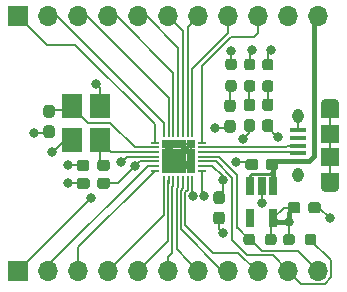
<source format=gbr>
%TF.GenerationSoftware,KiCad,Pcbnew,5.1.7-a382d34a8~87~ubuntu20.04.1*%
%TF.CreationDate,2020-11-25T21:12:42+01:00*%
%TF.ProjectId,gd32f150,67643332-6631-4353-902e-6b696361645f,rev?*%
%TF.SameCoordinates,Original*%
%TF.FileFunction,Copper,L1,Top*%
%TF.FilePolarity,Positive*%
%FSLAX46Y46*%
G04 Gerber Fmt 4.6, Leading zero omitted, Abs format (unit mm)*
G04 Created by KiCad (PCBNEW 5.1.7-a382d34a8~87~ubuntu20.04.1) date 2020-11-25 21:12:42*
%MOMM*%
%LPD*%
G01*
G04 APERTURE LIST*
%TA.AperFunction,ComponentPad*%
%ADD10O,1.700000X1.700000*%
%TD*%
%TA.AperFunction,ComponentPad*%
%ADD11R,1.700000X1.700000*%
%TD*%
%TA.AperFunction,SMDPad,CuDef*%
%ADD12R,0.650000X1.560000*%
%TD*%
%TA.AperFunction,SMDPad,CuDef*%
%ADD13R,0.700000X0.700000*%
%TD*%
%TA.AperFunction,SMDPad,CuDef*%
%ADD14R,0.200000X0.800000*%
%TD*%
%TA.AperFunction,SMDPad,CuDef*%
%ADD15R,0.800000X0.200000*%
%TD*%
%TA.AperFunction,ComponentPad*%
%ADD16O,1.550000X0.890000*%
%TD*%
%TA.AperFunction,SMDPad,CuDef*%
%ADD17R,1.550000X1.200000*%
%TD*%
%TA.AperFunction,SMDPad,CuDef*%
%ADD18R,1.550000X1.500000*%
%TD*%
%TA.AperFunction,ComponentPad*%
%ADD19O,0.950000X1.250000*%
%TD*%
%TA.AperFunction,SMDPad,CuDef*%
%ADD20R,1.350000X0.400000*%
%TD*%
%TA.AperFunction,SMDPad,CuDef*%
%ADD21R,1.800000X2.100000*%
%TD*%
%TA.AperFunction,ViaPad*%
%ADD22C,0.800000*%
%TD*%
%TA.AperFunction,Conductor*%
%ADD23C,0.200000*%
%TD*%
%TA.AperFunction,Conductor*%
%ADD24C,0.400000*%
%TD*%
%TA.AperFunction,Conductor*%
%ADD25C,0.250000*%
%TD*%
G04 APERTURE END LIST*
D10*
%TO.P,J4,11*%
%TO.N,+5V*%
X168725000Y-84350000D03*
%TO.P,J4,10*%
%TO.N,GND*%
X166185000Y-84350000D03*
%TO.P,J4,9*%
%TO.N,/SWD*%
X163645000Y-84350000D03*
%TO.P,J4,8*%
%TO.N,/SWCLK*%
X161105000Y-84350000D03*
%TO.P,J4,7*%
%TO.N,/CS*%
X158565000Y-84350000D03*
%TO.P,J4,6*%
%TO.N,/SCK*%
X156025000Y-84350000D03*
%TO.P,J4,5*%
%TO.N,/MISO*%
X153485000Y-84350000D03*
%TO.P,J4,4*%
%TO.N,/MOSI*%
X150945000Y-84350000D03*
%TO.P,J4,3*%
%TO.N,/SPI_GPIO1*%
X148405000Y-84350000D03*
%TO.P,J4,2*%
%TO.N,/SPI_GPIO2*%
X145865000Y-84350000D03*
D11*
%TO.P,J4,1*%
%TO.N,/BOOT*%
X143325000Y-84350000D03*
%TD*%
D10*
%TO.P,J3,11*%
%TO.N,/SDA*%
X168725000Y-105900000D03*
%TO.P,J3,10*%
%TO.N,/SCL*%
X166185000Y-105900000D03*
%TO.P,J3,9*%
%TO.N,/SPI_GPIO4*%
X163645000Y-105900000D03*
%TO.P,J3,8*%
%TO.N,/SPI_GPIO3*%
X161105000Y-105900000D03*
%TO.P,J3,7*%
%TO.N,/I2C_GPIO2*%
X158565000Y-105900000D03*
%TO.P,J3,6*%
%TO.N,/I2C_GPIO1*%
X156025000Y-105900000D03*
%TO.P,J3,5*%
%TO.N,/UART_RX*%
X153485000Y-105900000D03*
%TO.P,J3,4*%
%TO.N,/UART_TX*%
X150945000Y-105900000D03*
%TO.P,J3,3*%
%TO.N,/UART_RTS*%
X148405000Y-105900000D03*
%TO.P,J3,2*%
%TO.N,/UART_CTS*%
X145865000Y-105900000D03*
D11*
%TO.P,J3,1*%
%TO.N,/NRST*%
X143325000Y-105900000D03*
%TD*%
%TO.P,R5,2*%
%TO.N,/SDA*%
%TA.AperFunction,SMDPad,CuDef*%
G36*
G01*
X163362500Y-103012500D02*
X163362500Y-103487500D01*
G75*
G02*
X163125000Y-103725000I-237500J0D01*
G01*
X162625000Y-103725000D01*
G75*
G02*
X162387500Y-103487500I0J237500D01*
G01*
X162387500Y-103012500D01*
G75*
G02*
X162625000Y-102775000I237500J0D01*
G01*
X163125000Y-102775000D01*
G75*
G02*
X163362500Y-103012500I0J-237500D01*
G01*
G37*
%TD.AperFunction*%
%TO.P,R5,1*%
%TO.N,+3V3*%
%TA.AperFunction,SMDPad,CuDef*%
G36*
G01*
X165187500Y-103012500D02*
X165187500Y-103487500D01*
G75*
G02*
X164950000Y-103725000I-237500J0D01*
G01*
X164450000Y-103725000D01*
G75*
G02*
X164212500Y-103487500I0J237500D01*
G01*
X164212500Y-103012500D01*
G75*
G02*
X164450000Y-102775000I237500J0D01*
G01*
X164950000Y-102775000D01*
G75*
G02*
X165187500Y-103012500I0J-237500D01*
G01*
G37*
%TD.AperFunction*%
%TD*%
%TO.P,R4,2*%
%TO.N,/SCL*%
%TA.AperFunction,SMDPad,CuDef*%
G36*
G01*
X167575000Y-103487500D02*
X167575000Y-103012500D01*
G75*
G02*
X167812500Y-102775000I237500J0D01*
G01*
X168312500Y-102775000D01*
G75*
G02*
X168550000Y-103012500I0J-237500D01*
G01*
X168550000Y-103487500D01*
G75*
G02*
X168312500Y-103725000I-237500J0D01*
G01*
X167812500Y-103725000D01*
G75*
G02*
X167575000Y-103487500I0J237500D01*
G01*
G37*
%TD.AperFunction*%
%TO.P,R4,1*%
%TO.N,+3V3*%
%TA.AperFunction,SMDPad,CuDef*%
G36*
G01*
X165750000Y-103487500D02*
X165750000Y-103012500D01*
G75*
G02*
X165987500Y-102775000I237500J0D01*
G01*
X166487500Y-102775000D01*
G75*
G02*
X166725000Y-103012500I0J-237500D01*
G01*
X166725000Y-103487500D01*
G75*
G02*
X166487500Y-103725000I-237500J0D01*
G01*
X165987500Y-103725000D01*
G75*
G02*
X165750000Y-103487500I0J237500D01*
G01*
G37*
%TD.AperFunction*%
%TD*%
D12*
%TO.P,U2,5*%
%TO.N,+3V3*%
X164876520Y-101451080D03*
%TO.P,U2,4*%
%TO.N,N/C*%
X162976520Y-101451080D03*
%TO.P,U2,3*%
%TO.N,+5V*%
X162976520Y-98751080D03*
%TO.P,U2,2*%
%TO.N,GND*%
X163926520Y-98751080D03*
%TO.P,U2,1*%
%TO.N,+5V*%
X164876520Y-98751080D03*
%TD*%
%TO.P,C6,2*%
%TO.N,GND*%
%TA.AperFunction,SMDPad,CuDef*%
G36*
G01*
X167861960Y-100787500D02*
X167861960Y-100312500D01*
G75*
G02*
X168099460Y-100075000I237500J0D01*
G01*
X168699460Y-100075000D01*
G75*
G02*
X168936960Y-100312500I0J-237500D01*
G01*
X168936960Y-100787500D01*
G75*
G02*
X168699460Y-101025000I-237500J0D01*
G01*
X168099460Y-101025000D01*
G75*
G02*
X167861960Y-100787500I0J237500D01*
G01*
G37*
%TD.AperFunction*%
%TO.P,C6,1*%
%TO.N,+3V3*%
%TA.AperFunction,SMDPad,CuDef*%
G36*
G01*
X166136960Y-100787500D02*
X166136960Y-100312500D01*
G75*
G02*
X166374460Y-100075000I237500J0D01*
G01*
X166974460Y-100075000D01*
G75*
G02*
X167211960Y-100312500I0J-237500D01*
G01*
X167211960Y-100787500D01*
G75*
G02*
X166974460Y-101025000I-237500J0D01*
G01*
X166374460Y-101025000D01*
G75*
G02*
X166136960Y-100787500I0J237500D01*
G01*
G37*
%TD.AperFunction*%
%TD*%
%TO.P,C5,2*%
%TO.N,GND*%
%TA.AperFunction,SMDPad,CuDef*%
G36*
G01*
X163622940Y-96658100D02*
X163622940Y-97133100D01*
G75*
G02*
X163385440Y-97370600I-237500J0D01*
G01*
X162785440Y-97370600D01*
G75*
G02*
X162547940Y-97133100I0J237500D01*
G01*
X162547940Y-96658100D01*
G75*
G02*
X162785440Y-96420600I237500J0D01*
G01*
X163385440Y-96420600D01*
G75*
G02*
X163622940Y-96658100I0J-237500D01*
G01*
G37*
%TD.AperFunction*%
%TO.P,C5,1*%
%TO.N,+5V*%
%TA.AperFunction,SMDPad,CuDef*%
G36*
G01*
X165347940Y-96658100D02*
X165347940Y-97133100D01*
G75*
G02*
X165110440Y-97370600I-237500J0D01*
G01*
X164510440Y-97370600D01*
G75*
G02*
X164272940Y-97133100I0J237500D01*
G01*
X164272940Y-96658100D01*
G75*
G02*
X164510440Y-96420600I237500J0D01*
G01*
X165110440Y-96420600D01*
G75*
G02*
X165347940Y-96658100I0J-237500D01*
G01*
G37*
%TD.AperFunction*%
%TD*%
%TO.P,R3,2*%
%TO.N,GND*%
%TA.AperFunction,SMDPad,CuDef*%
G36*
G01*
X163157680Y-88916640D02*
X162682680Y-88916640D01*
G75*
G02*
X162445180Y-88679140I0J237500D01*
G01*
X162445180Y-88179140D01*
G75*
G02*
X162682680Y-87941640I237500J0D01*
G01*
X163157680Y-87941640D01*
G75*
G02*
X163395180Y-88179140I0J-237500D01*
G01*
X163395180Y-88679140D01*
G75*
G02*
X163157680Y-88916640I-237500J0D01*
G01*
G37*
%TD.AperFunction*%
%TO.P,R3,1*%
%TO.N,Net-(R3-Pad1)*%
%TA.AperFunction,SMDPad,CuDef*%
G36*
G01*
X163157680Y-90741640D02*
X162682680Y-90741640D01*
G75*
G02*
X162445180Y-90504140I0J237500D01*
G01*
X162445180Y-90004140D01*
G75*
G02*
X162682680Y-89766640I237500J0D01*
G01*
X163157680Y-89766640D01*
G75*
G02*
X163395180Y-90004140I0J-237500D01*
G01*
X163395180Y-90504140D01*
G75*
G02*
X163157680Y-90741640I-237500J0D01*
G01*
G37*
%TD.AperFunction*%
%TD*%
%TO.P,R2,2*%
%TO.N,GND*%
%TA.AperFunction,SMDPad,CuDef*%
G36*
G01*
X164689300Y-88931880D02*
X164214300Y-88931880D01*
G75*
G02*
X163976800Y-88694380I0J237500D01*
G01*
X163976800Y-88194380D01*
G75*
G02*
X164214300Y-87956880I237500J0D01*
G01*
X164689300Y-87956880D01*
G75*
G02*
X164926800Y-88194380I0J-237500D01*
G01*
X164926800Y-88694380D01*
G75*
G02*
X164689300Y-88931880I-237500J0D01*
G01*
G37*
%TD.AperFunction*%
%TO.P,R2,1*%
%TO.N,Net-(R2-Pad1)*%
%TA.AperFunction,SMDPad,CuDef*%
G36*
G01*
X164689300Y-90756880D02*
X164214300Y-90756880D01*
G75*
G02*
X163976800Y-90519380I0J237500D01*
G01*
X163976800Y-90019380D01*
G75*
G02*
X164214300Y-89781880I237500J0D01*
G01*
X164689300Y-89781880D01*
G75*
G02*
X164926800Y-90019380I0J-237500D01*
G01*
X164926800Y-90519380D01*
G75*
G02*
X164689300Y-90756880I-237500J0D01*
G01*
G37*
%TD.AperFunction*%
%TD*%
%TO.P,R1,2*%
%TO.N,GND*%
%TA.AperFunction,SMDPad,CuDef*%
G36*
G01*
X161572720Y-88902680D02*
X161097720Y-88902680D01*
G75*
G02*
X160860220Y-88665180I0J237500D01*
G01*
X160860220Y-88165180D01*
G75*
G02*
X161097720Y-87927680I237500J0D01*
G01*
X161572720Y-87927680D01*
G75*
G02*
X161810220Y-88165180I0J-237500D01*
G01*
X161810220Y-88665180D01*
G75*
G02*
X161572720Y-88902680I-237500J0D01*
G01*
G37*
%TD.AperFunction*%
%TO.P,R1,1*%
%TO.N,Net-(PWR1-Pad1)*%
%TA.AperFunction,SMDPad,CuDef*%
G36*
G01*
X161572720Y-90727680D02*
X161097720Y-90727680D01*
G75*
G02*
X160860220Y-90490180I0J237500D01*
G01*
X160860220Y-89990180D01*
G75*
G02*
X161097720Y-89752680I237500J0D01*
G01*
X161572720Y-89752680D01*
G75*
G02*
X161810220Y-89990180I0J-237500D01*
G01*
X161810220Y-90490180D01*
G75*
G02*
X161572720Y-90727680I-237500J0D01*
G01*
G37*
%TD.AperFunction*%
%TD*%
%TO.P,USR2,2*%
%TO.N,/USR2*%
%TA.AperFunction,SMDPad,CuDef*%
G36*
G01*
X162662500Y-93075000D02*
X163137500Y-93075000D01*
G75*
G02*
X163375000Y-93312500I0J-237500D01*
G01*
X163375000Y-93887500D01*
G75*
G02*
X163137500Y-94125000I-237500J0D01*
G01*
X162662500Y-94125000D01*
G75*
G02*
X162425000Y-93887500I0J237500D01*
G01*
X162425000Y-93312500D01*
G75*
G02*
X162662500Y-93075000I237500J0D01*
G01*
G37*
%TD.AperFunction*%
%TO.P,USR2,1*%
%TO.N,Net-(R3-Pad1)*%
%TA.AperFunction,SMDPad,CuDef*%
G36*
G01*
X162662500Y-91325000D02*
X163137500Y-91325000D01*
G75*
G02*
X163375000Y-91562500I0J-237500D01*
G01*
X163375000Y-92137500D01*
G75*
G02*
X163137500Y-92375000I-237500J0D01*
G01*
X162662500Y-92375000D01*
G75*
G02*
X162425000Y-92137500I0J237500D01*
G01*
X162425000Y-91562500D01*
G75*
G02*
X162662500Y-91325000I237500J0D01*
G01*
G37*
%TD.AperFunction*%
%TD*%
%TO.P,USR1,2*%
%TO.N,/USR1*%
%TA.AperFunction,SMDPad,CuDef*%
G36*
G01*
X164212500Y-93075000D02*
X164687500Y-93075000D01*
G75*
G02*
X164925000Y-93312500I0J-237500D01*
G01*
X164925000Y-93887500D01*
G75*
G02*
X164687500Y-94125000I-237500J0D01*
G01*
X164212500Y-94125000D01*
G75*
G02*
X163975000Y-93887500I0J237500D01*
G01*
X163975000Y-93312500D01*
G75*
G02*
X164212500Y-93075000I237500J0D01*
G01*
G37*
%TD.AperFunction*%
%TO.P,USR1,1*%
%TO.N,Net-(R2-Pad1)*%
%TA.AperFunction,SMDPad,CuDef*%
G36*
G01*
X164212500Y-91325000D02*
X164687500Y-91325000D01*
G75*
G02*
X164925000Y-91562500I0J-237500D01*
G01*
X164925000Y-92137500D01*
G75*
G02*
X164687500Y-92375000I-237500J0D01*
G01*
X164212500Y-92375000D01*
G75*
G02*
X163975000Y-92137500I0J237500D01*
G01*
X163975000Y-91562500D01*
G75*
G02*
X164212500Y-91325000I237500J0D01*
G01*
G37*
%TD.AperFunction*%
%TD*%
%TO.P,PWR1,2*%
%TO.N,+3V3*%
%TA.AperFunction,SMDPad,CuDef*%
G36*
G01*
X161013040Y-93143380D02*
X161488040Y-93143380D01*
G75*
G02*
X161725540Y-93380880I0J-237500D01*
G01*
X161725540Y-93955880D01*
G75*
G02*
X161488040Y-94193380I-237500J0D01*
G01*
X161013040Y-94193380D01*
G75*
G02*
X160775540Y-93955880I0J237500D01*
G01*
X160775540Y-93380880D01*
G75*
G02*
X161013040Y-93143380I237500J0D01*
G01*
G37*
%TD.AperFunction*%
%TO.P,PWR1,1*%
%TO.N,Net-(PWR1-Pad1)*%
%TA.AperFunction,SMDPad,CuDef*%
G36*
G01*
X161013040Y-91393380D02*
X161488040Y-91393380D01*
G75*
G02*
X161725540Y-91630880I0J-237500D01*
G01*
X161725540Y-92205880D01*
G75*
G02*
X161488040Y-92443380I-237500J0D01*
G01*
X161013040Y-92443380D01*
G75*
G02*
X160775540Y-92205880I0J237500D01*
G01*
X160775540Y-91630880D01*
G75*
G02*
X161013040Y-91393380I237500J0D01*
G01*
G37*
%TD.AperFunction*%
%TD*%
D13*
%TO.P,U1,29*%
%TO.N,GND*%
X157912300Y-97283920D03*
X157912300Y-96583920D03*
X157912300Y-95883920D03*
X157912300Y-95183920D03*
X157212300Y-97283920D03*
X157212300Y-96583920D03*
X157212300Y-95883920D03*
X157212300Y-95183920D03*
X156512300Y-97283920D03*
X156512300Y-96583920D03*
X156512300Y-95883920D03*
X156512300Y-95183920D03*
X155812300Y-97283920D03*
X155812300Y-96583920D03*
X155812300Y-95883920D03*
X155812300Y-95183920D03*
D14*
%TO.P,U1,28*%
%TO.N,/SPI_GPIO2*%
X155662300Y-94233920D03*
%TO.P,U1,27*%
%TO.N,/SPI_GPIO1*%
X156062300Y-94233920D03*
%TO.P,U1,26*%
%TO.N,/MOSI*%
X156462300Y-94233920D03*
%TO.P,U1,25*%
%TO.N,/MISO*%
X156862300Y-94233920D03*
%TO.P,U1,24*%
%TO.N,/SCK*%
X157262300Y-94233920D03*
%TO.P,U1,23*%
%TO.N,/CS*%
X157662300Y-94233920D03*
%TO.P,U1,22*%
%TO.N,/SWCLK*%
X158062300Y-94233920D03*
D15*
%TO.P,U1,21*%
%TO.N,/SWD*%
X158862300Y-95033920D03*
%TO.P,U1,20*%
%TO.N,/USBP*%
X158862300Y-95433920D03*
%TO.P,U1,19*%
%TO.N,/USBN*%
X158862300Y-95833920D03*
%TO.P,U1,18*%
%TO.N,/SDA*%
X158862300Y-96233920D03*
%TO.P,U1,17*%
%TO.N,/SCL*%
X158862300Y-96633920D03*
%TO.P,U1,16*%
%TO.N,+3V3*%
X158862300Y-97033920D03*
%TO.P,U1,15*%
%TO.N,/USR1*%
X158862300Y-97433920D03*
D14*
%TO.P,U1,14*%
%TO.N,/USR2*%
X158062300Y-98233920D03*
%TO.P,U1,13*%
%TO.N,/SPI_GPIO4*%
X157662300Y-98233920D03*
%TO.P,U1,12*%
%TO.N,/SPI_GPIO3*%
X157262300Y-98233920D03*
%TO.P,U1,11*%
%TO.N,/I2C_GPIO2*%
X156862300Y-98233920D03*
%TO.P,U1,10*%
%TO.N,/I2C_GPIO1*%
X156462300Y-98233920D03*
%TO.P,U1,9*%
%TO.N,/UART_RX*%
X156062300Y-98233920D03*
%TO.P,U1,8*%
%TO.N,/UART_TX*%
X155662300Y-98233920D03*
D15*
%TO.P,U1,7*%
%TO.N,/UART_RTS*%
X154862300Y-97433920D03*
%TO.P,U1,6*%
%TO.N,/UART_CTS*%
X154862300Y-97033920D03*
%TO.P,U1,5*%
%TO.N,+3V3*%
X154862300Y-96633920D03*
%TO.P,U1,4*%
%TO.N,/NRST*%
X154862300Y-96233920D03*
%TO.P,U1,3*%
%TO.N,Net-(C2-Pad2)*%
X154862300Y-95833920D03*
%TO.P,U1,2*%
%TO.N,Net-(C1-Pad2)*%
X154862300Y-95433920D03*
%TO.P,U1,1*%
%TO.N,/BOOT*%
X154862300Y-95033920D03*
%TD*%
D16*
%TO.P,J1,6*%
%TO.N,GND*%
X169727400Y-91790320D03*
X169727400Y-98790320D03*
D17*
X169727400Y-92390320D03*
X169727400Y-98190320D03*
D18*
X169727400Y-94290320D03*
X169727400Y-96290320D03*
D19*
X167027400Y-92790320D03*
X167027400Y-97790320D03*
D20*
%TO.P,J1,5*%
X167027400Y-93990320D03*
%TO.P,J1,4*%
%TO.N,N/C*%
X167027400Y-94640320D03*
%TO.P,J1,3*%
%TO.N,/USBP*%
X167027400Y-95290320D03*
%TO.P,J1,2*%
%TO.N,/USBN*%
X167027400Y-95940320D03*
%TO.P,J1,1*%
%TO.N,+5V*%
X167027400Y-96590320D03*
%TD*%
D21*
%TO.P,Y1,4*%
%TO.N,GND*%
X150200080Y-91924540D03*
%TO.P,Y1,3*%
%TO.N,Net-(C2-Pad2)*%
X150200080Y-94824540D03*
%TO.P,Y1,2*%
%TO.N,GND*%
X147900080Y-94824540D03*
%TO.P,Y1,1*%
%TO.N,Net-(C1-Pad2)*%
X147900080Y-91924540D03*
%TD*%
%TO.P,C4,2*%
%TO.N,GND*%
%TA.AperFunction,SMDPad,CuDef*%
G36*
G01*
X149360840Y-98260840D02*
X149360840Y-98735840D01*
G75*
G02*
X149123340Y-98973340I-237500J0D01*
G01*
X148523340Y-98973340D01*
G75*
G02*
X148285840Y-98735840I0J237500D01*
G01*
X148285840Y-98260840D01*
G75*
G02*
X148523340Y-98023340I237500J0D01*
G01*
X149123340Y-98023340D01*
G75*
G02*
X149360840Y-98260840I0J-237500D01*
G01*
G37*
%TD.AperFunction*%
%TO.P,C4,1*%
%TO.N,+3V3*%
%TA.AperFunction,SMDPad,CuDef*%
G36*
G01*
X151085840Y-98260840D02*
X151085840Y-98735840D01*
G75*
G02*
X150848340Y-98973340I-237500J0D01*
G01*
X150248340Y-98973340D01*
G75*
G02*
X150010840Y-98735840I0J237500D01*
G01*
X150010840Y-98260840D01*
G75*
G02*
X150248340Y-98023340I237500J0D01*
G01*
X150848340Y-98023340D01*
G75*
G02*
X151085840Y-98260840I0J-237500D01*
G01*
G37*
%TD.AperFunction*%
%TD*%
%TO.P,C3,2*%
%TO.N,GND*%
%TA.AperFunction,SMDPad,CuDef*%
G36*
G01*
X160087500Y-100887500D02*
X160562500Y-100887500D01*
G75*
G02*
X160800000Y-101125000I0J-237500D01*
G01*
X160800000Y-101725000D01*
G75*
G02*
X160562500Y-101962500I-237500J0D01*
G01*
X160087500Y-101962500D01*
G75*
G02*
X159850000Y-101725000I0J237500D01*
G01*
X159850000Y-101125000D01*
G75*
G02*
X160087500Y-100887500I237500J0D01*
G01*
G37*
%TD.AperFunction*%
%TO.P,C3,1*%
%TO.N,+3V3*%
%TA.AperFunction,SMDPad,CuDef*%
G36*
G01*
X160087500Y-99162500D02*
X160562500Y-99162500D01*
G75*
G02*
X160800000Y-99400000I0J-237500D01*
G01*
X160800000Y-100000000D01*
G75*
G02*
X160562500Y-100237500I-237500J0D01*
G01*
X160087500Y-100237500D01*
G75*
G02*
X159850000Y-100000000I0J237500D01*
G01*
X159850000Y-99400000D01*
G75*
G02*
X160087500Y-99162500I237500J0D01*
G01*
G37*
%TD.AperFunction*%
%TD*%
%TO.P,C2,2*%
%TO.N,Net-(C2-Pad2)*%
%TA.AperFunction,SMDPad,CuDef*%
G36*
G01*
X150000680Y-97211840D02*
X150000680Y-96736840D01*
G75*
G02*
X150238180Y-96499340I237500J0D01*
G01*
X150838180Y-96499340D01*
G75*
G02*
X151075680Y-96736840I0J-237500D01*
G01*
X151075680Y-97211840D01*
G75*
G02*
X150838180Y-97449340I-237500J0D01*
G01*
X150238180Y-97449340D01*
G75*
G02*
X150000680Y-97211840I0J237500D01*
G01*
G37*
%TD.AperFunction*%
%TO.P,C2,1*%
%TO.N,GND*%
%TA.AperFunction,SMDPad,CuDef*%
G36*
G01*
X148275680Y-97211840D02*
X148275680Y-96736840D01*
G75*
G02*
X148513180Y-96499340I237500J0D01*
G01*
X149113180Y-96499340D01*
G75*
G02*
X149350680Y-96736840I0J-237500D01*
G01*
X149350680Y-97211840D01*
G75*
G02*
X149113180Y-97449340I-237500J0D01*
G01*
X148513180Y-97449340D01*
G75*
G02*
X148275680Y-97211840I0J237500D01*
G01*
G37*
%TD.AperFunction*%
%TD*%
%TO.P,C1,2*%
%TO.N,Net-(C1-Pad2)*%
%TA.AperFunction,SMDPad,CuDef*%
G36*
G01*
X146165580Y-92936960D02*
X145690580Y-92936960D01*
G75*
G02*
X145453080Y-92699460I0J237500D01*
G01*
X145453080Y-92099460D01*
G75*
G02*
X145690580Y-91861960I237500J0D01*
G01*
X146165580Y-91861960D01*
G75*
G02*
X146403080Y-92099460I0J-237500D01*
G01*
X146403080Y-92699460D01*
G75*
G02*
X146165580Y-92936960I-237500J0D01*
G01*
G37*
%TD.AperFunction*%
%TO.P,C1,1*%
%TO.N,GND*%
%TA.AperFunction,SMDPad,CuDef*%
G36*
G01*
X146165580Y-94661960D02*
X145690580Y-94661960D01*
G75*
G02*
X145453080Y-94424460I0J237500D01*
G01*
X145453080Y-93824460D01*
G75*
G02*
X145690580Y-93586960I237500J0D01*
G01*
X146165580Y-93586960D01*
G75*
G02*
X146403080Y-93824460I0J-237500D01*
G01*
X146403080Y-94424460D01*
G75*
G02*
X146165580Y-94661960I-237500J0D01*
G01*
G37*
%TD.AperFunction*%
%TD*%
D22*
%TO.N,GND*%
X157475000Y-96925000D03*
X156150000Y-96875000D03*
X157425000Y-95650000D03*
X156100000Y-95675000D03*
%TO.N,+3V3*%
X166225000Y-101800000D03*
%TO.N,GND*%
X161775000Y-96675000D03*
X163975000Y-100150000D03*
X160675000Y-102700000D03*
X149925000Y-90050000D03*
X146175000Y-95800000D03*
X147525000Y-96950000D03*
X147500000Y-98475000D03*
X164700000Y-87200000D03*
X163075000Y-87175000D03*
X161325000Y-87250000D03*
X144650000Y-94250000D03*
X169700000Y-101450000D03*
%TO.N,/NRST*%
X149475000Y-99750000D03*
X152000000Y-96725000D03*
%TO.N,+3V3*%
X160000000Y-93775000D03*
X160625000Y-98175000D03*
X153187500Y-97037500D03*
%TO.N,/USR1*%
X159025663Y-99575669D03*
X165275000Y-94525000D03*
%TO.N,/USR2*%
X158075741Y-99562571D03*
X162325000Y-94700000D03*
%TD*%
D23*
%TO.N,Net-(C1-Pad2)*%
X147524620Y-92300000D02*
X146027540Y-92300000D01*
X146027540Y-92300000D02*
X145928080Y-92399460D01*
X147900080Y-91924540D02*
X147524620Y-92300000D01*
X149225538Y-93350000D02*
X147900080Y-92024542D01*
X151125542Y-93350000D02*
X149225538Y-93350000D01*
X153209462Y-95433920D02*
X151125542Y-93350000D01*
X147900080Y-92024542D02*
X147900080Y-91924540D01*
X154862300Y-95433920D02*
X153209462Y-95433920D01*
%TO.N,GND*%
X145928620Y-94125000D02*
X145928080Y-94124460D01*
X147900080Y-94824540D02*
X147349540Y-94824540D01*
X160325000Y-102350000D02*
X160675000Y-102700000D01*
X160325000Y-101425000D02*
X160325000Y-102350000D01*
X163975000Y-98799560D02*
X163926520Y-98751080D01*
X163975000Y-100150000D02*
X163975000Y-98799560D01*
X162864840Y-96675000D02*
X163085440Y-96895600D01*
X161775000Y-96675000D02*
X162864840Y-96675000D01*
X156803380Y-96875000D02*
X157212300Y-97283920D01*
X156150000Y-96875000D02*
X156803380Y-96875000D01*
X157212300Y-96583920D02*
X157212300Y-95883920D01*
X157912300Y-97283920D02*
X157912300Y-95183920D01*
X157912300Y-95183920D02*
X155812300Y-95183920D01*
X157400000Y-95675000D02*
X157425000Y-95650000D01*
X156100000Y-95675000D02*
X157400000Y-95675000D01*
X157212300Y-96583920D02*
X156512300Y-97283920D01*
X155812300Y-97283920D02*
X155812300Y-96583920D01*
X156303380Y-95675000D02*
X156512300Y-95883920D01*
X156100000Y-95675000D02*
X156303380Y-95675000D01*
X157212300Y-95883920D02*
X157212300Y-95183920D01*
X162920180Y-87329820D02*
X163075000Y-87175000D01*
X162920180Y-88429140D02*
X162920180Y-87329820D01*
X164451800Y-87448200D02*
X164700000Y-87200000D01*
X164451800Y-88444380D02*
X164451800Y-87448200D01*
X161150400Y-88600000D02*
X161335220Y-88415180D01*
X147549340Y-96974340D02*
X147525000Y-96950000D01*
X148813180Y-96974340D02*
X147549340Y-96974340D01*
X147523340Y-98498340D02*
X147500000Y-98475000D01*
X148823340Y-98498340D02*
X147523340Y-98498340D01*
X145802540Y-94250000D02*
X145928080Y-94124460D01*
X144650000Y-94250000D02*
X145802540Y-94250000D01*
X150200080Y-90325080D02*
X149925000Y-90050000D01*
X150200080Y-91924540D02*
X150200080Y-90325080D01*
X169727400Y-98190320D02*
X169727400Y-96290320D01*
X169727400Y-96290320D02*
X169727400Y-94290320D01*
X169727400Y-94290320D02*
X169727400Y-92390320D01*
X167027400Y-93990320D02*
X167027400Y-92790320D01*
X168800000Y-100550000D02*
X169700000Y-101450000D01*
X168399460Y-100550000D02*
X168800000Y-100550000D01*
X161335220Y-87260220D02*
X161325000Y-87250000D01*
X161335220Y-88415180D02*
X161335220Y-87260220D01*
X146275000Y-95800000D02*
X146175000Y-95800000D01*
X147250460Y-94824540D02*
X146275000Y-95800000D01*
X147900080Y-94824540D02*
X147250460Y-94824540D01*
%TO.N,Net-(C2-Pad2)*%
X151209460Y-95833920D02*
X150200080Y-94824540D01*
X154862300Y-95833920D02*
X151209460Y-95833920D01*
X150538180Y-96974340D02*
X150538180Y-97061820D01*
X150200080Y-96723720D02*
X150200080Y-94824540D01*
X150538180Y-97061820D02*
X150200080Y-96723720D01*
%TO.N,+3V3*%
X153591080Y-96633920D02*
X154862300Y-96633920D01*
X151726660Y-98498340D02*
X153187500Y-97037500D01*
X150548340Y-98498340D02*
X151726660Y-98498340D01*
X160300000Y-99675000D02*
X160325000Y-99700000D01*
X159758920Y-97033920D02*
X158862300Y-97033920D01*
X160625000Y-97900000D02*
X159758920Y-97033920D01*
X160625000Y-99400000D02*
X160625000Y-98175000D01*
X160325000Y-99700000D02*
X160625000Y-99400000D01*
X164700000Y-101627600D02*
X164876520Y-101451080D01*
X164700000Y-103250000D02*
X164700000Y-101627600D01*
X165777600Y-100550000D02*
X164876520Y-101451080D01*
X166674460Y-100550000D02*
X165777600Y-100550000D01*
X166225000Y-100999460D02*
X166674460Y-100550000D01*
D24*
X165225440Y-101800000D02*
X164876520Y-101451080D01*
X166225000Y-101800000D02*
X165225440Y-101800000D01*
X166225000Y-101800000D02*
X166225000Y-100999460D01*
D23*
X160625000Y-98175000D02*
X160625000Y-97900000D01*
X153187500Y-97037500D02*
X153591080Y-96633920D01*
X161143920Y-93775000D02*
X161250540Y-93668380D01*
X160000000Y-93775000D02*
X161143920Y-93775000D01*
X166237500Y-101812500D02*
X166225000Y-101800000D01*
X166237500Y-103250000D02*
X166237500Y-101812500D01*
%TO.N,/SWCLK*%
X158062300Y-88767700D02*
X161105000Y-85725000D01*
X161105000Y-85725000D02*
X161105000Y-84350000D01*
X158062300Y-94233920D02*
X158062300Y-88767700D01*
%TO.N,/SWD*%
X163645000Y-85725000D02*
X163645000Y-84350000D01*
X163270000Y-86100000D02*
X163645000Y-85725000D01*
X158875000Y-88525000D02*
X161300000Y-86100000D01*
X158875000Y-95021220D02*
X158875000Y-88525000D01*
X161300000Y-86100000D02*
X163270000Y-86100000D01*
X158862300Y-95033920D02*
X158875000Y-95021220D01*
%TO.N,/NRST*%
X152491080Y-96233920D02*
X152000000Y-96725000D01*
X154862300Y-96233920D02*
X152491080Y-96233920D01*
X143325000Y-105900000D02*
X149475000Y-99750000D01*
%TO.N,/BOOT*%
X154862300Y-93462300D02*
X154862300Y-95033920D01*
X148150000Y-86750000D02*
X154862300Y-93462300D01*
X145725000Y-86750000D02*
X148150000Y-86750000D01*
X143325000Y-84350000D02*
X145725000Y-86750000D01*
%TO.N,/USBP*%
X162387998Y-95450002D02*
X165992718Y-95450002D01*
X166152400Y-95290320D02*
X167027400Y-95290320D01*
X165992718Y-95450002D02*
X166152400Y-95290320D01*
X162371916Y-95433920D02*
X162387998Y-95450002D01*
X158862300Y-95433920D02*
X162371916Y-95433920D01*
%TO.N,/USBN*%
X166921000Y-95833920D02*
X158862300Y-95833920D01*
X167027400Y-95940320D02*
X166921000Y-95833920D01*
%TO.N,/MOSI*%
X151670000Y-84350000D02*
X150945000Y-84350000D01*
X156462300Y-89142300D02*
X151670000Y-84350000D01*
X156462300Y-94233920D02*
X156462300Y-89142300D01*
%TO.N,/MISO*%
X154210000Y-84350000D02*
X153485000Y-84350000D01*
X156862300Y-87002300D02*
X154210000Y-84350000D01*
X156862300Y-94233920D02*
X156862300Y-87002300D01*
%TO.N,/SCK*%
X157262300Y-85587300D02*
X156025000Y-84350000D01*
X157262300Y-94233920D02*
X157262300Y-85587300D01*
%TO.N,/SDA*%
X161900000Y-102275000D02*
X162875000Y-103250000D01*
X161850000Y-102275000D02*
X161900000Y-102275000D01*
X161850000Y-97775000D02*
X161850000Y-102275000D01*
X160308920Y-96233920D02*
X161850000Y-97775000D01*
X158862300Y-96233920D02*
X160308920Y-96233920D01*
X167025000Y-104200000D02*
X168725000Y-105900000D01*
X163950000Y-104200000D02*
X167025000Y-104200000D01*
X163000000Y-103250000D02*
X163950000Y-104200000D01*
X162875000Y-103250000D02*
X163000000Y-103250000D01*
%TO.N,/SCL*%
X160058920Y-96633920D02*
X161425000Y-98000000D01*
X158862300Y-96633920D02*
X160058920Y-96633920D01*
X162675000Y-104575000D02*
X164860000Y-104575000D01*
X161425000Y-103325000D02*
X162675000Y-104575000D01*
X164860000Y-104575000D02*
X166185000Y-105900000D01*
X161425000Y-102200000D02*
X161425000Y-103325000D01*
X161425000Y-98000000D02*
X161425000Y-102200000D01*
X167285001Y-107000001D02*
X166185000Y-105900000D01*
X169253001Y-107000001D02*
X167285001Y-107000001D01*
X169825001Y-106428001D02*
X169253001Y-107000001D01*
X169825001Y-105012501D02*
X169825001Y-106428001D01*
X168062500Y-103250000D02*
X169825001Y-105012501D01*
%TO.N,/I2C_GPIO2*%
X157715001Y-105050001D02*
X158565000Y-105900000D01*
X156862300Y-98233920D02*
X156862300Y-98824030D01*
X156725719Y-98960613D02*
X156725719Y-104060719D01*
X156725719Y-104060719D02*
X157715001Y-105050001D01*
X156862300Y-98824030D02*
X156725719Y-98960613D01*
%TO.N,/I2C_GPIO1*%
X156462300Y-98233920D02*
X156462300Y-98729044D01*
X156462300Y-98729044D02*
X156375709Y-98815635D01*
X156375709Y-98815635D02*
X156375709Y-104347210D01*
X156375709Y-104347210D02*
X156025000Y-104697919D01*
X156025000Y-104697919D02*
X156025000Y-105900000D01*
%TO.N,/UART_RX*%
X156062300Y-98233920D02*
X156025699Y-98270521D01*
X156025699Y-98270521D02*
X156025699Y-103359301D01*
X156025699Y-103359301D02*
X153485000Y-105900000D01*
%TO.N,/UART_TX*%
X155662300Y-101182700D02*
X150945000Y-105900000D01*
X155662300Y-98233920D02*
X155662300Y-101182700D01*
%TO.N,/UART_RTS*%
X148405000Y-103891220D02*
X154862300Y-97433920D01*
X148405000Y-105900000D02*
X148405000Y-103891220D01*
%TO.N,/UART_CTS*%
X145865000Y-105431220D02*
X145865000Y-105900000D01*
X154262300Y-97033920D02*
X145865000Y-105431220D01*
X154862300Y-97033920D02*
X154262300Y-97033920D01*
%TO.N,/SPI_GPIO4*%
X157662300Y-99014010D02*
X157425740Y-99250570D01*
X163505010Y-105900000D02*
X163645000Y-105900000D01*
X157425740Y-99250570D02*
X157425740Y-102000740D01*
X161955010Y-104350000D02*
X163505010Y-105900000D01*
X159775000Y-104350000D02*
X161955010Y-104350000D01*
X157425740Y-102000740D02*
X159775000Y-104350000D01*
X157662300Y-98233920D02*
X157662300Y-99014010D01*
%TO.N,/SPI_GPIO3*%
X157075729Y-99105591D02*
X157075729Y-102375729D01*
X157262300Y-98919020D02*
X157075729Y-99105591D01*
X157075729Y-102375729D02*
X160600000Y-105900000D01*
X157262300Y-98233920D02*
X157262300Y-98919020D01*
X160600000Y-105900000D02*
X161105000Y-105900000D01*
%TO.N,/SPI_GPIO2*%
X146590000Y-84350000D02*
X145865000Y-84350000D01*
X155662300Y-93422300D02*
X146590000Y-84350000D01*
X155662300Y-94233920D02*
X155662300Y-93422300D01*
%TO.N,/SPI_GPIO1*%
X149130000Y-84350000D02*
X148405000Y-84350000D01*
X156062300Y-91282300D02*
X149130000Y-84350000D01*
X156062300Y-94233920D02*
X156062300Y-91282300D01*
%TO.N,/CS*%
X157662300Y-85252700D02*
X158565000Y-84350000D01*
X157662300Y-94233920D02*
X157662300Y-85252700D01*
%TO.N,/USR1*%
X158862300Y-97433920D02*
X158862300Y-99412306D01*
X158862300Y-99412306D02*
X159025663Y-99575669D01*
X165256760Y-94525000D02*
X165275000Y-94525000D01*
X164440780Y-93709020D02*
X165256760Y-94525000D01*
%TO.N,/USR2*%
X158062300Y-99549130D02*
X158075741Y-99562571D01*
X158062300Y-98233920D02*
X158062300Y-99549130D01*
X162835500Y-94189500D02*
X162325000Y-94700000D01*
X162835500Y-93706420D02*
X162835500Y-94189500D01*
%TO.N,Net-(PWR1-Pad1)*%
X161250540Y-90324860D02*
X161335220Y-90240180D01*
X161250540Y-91918380D02*
X161250540Y-90324860D01*
%TO.N,Net-(R2-Pad1)*%
X164440780Y-90280400D02*
X164451800Y-90269380D01*
X164440780Y-91959020D02*
X164440780Y-90280400D01*
%TO.N,Net-(R3-Pad1)*%
X162835500Y-90338820D02*
X162920180Y-90254140D01*
X162835500Y-91956420D02*
X162835500Y-90338820D01*
%TO.N,+5V*%
X164876520Y-96961680D02*
X164810440Y-96895600D01*
D24*
X164876520Y-98751080D02*
X164876520Y-96961680D01*
X164876520Y-97771080D02*
X164876520Y-98751080D01*
X167902400Y-96590320D02*
X168325000Y-96167720D01*
D23*
X168325000Y-84750000D02*
X168725000Y-84350000D01*
D24*
X168325000Y-96167720D02*
X168325000Y-84750000D01*
X167027400Y-96590320D02*
X167902400Y-96590320D01*
D23*
X167017720Y-96600000D02*
X167027400Y-96590320D01*
D24*
X165106040Y-96600000D02*
X167017720Y-96600000D01*
D23*
X164810440Y-96895600D02*
X165106040Y-96600000D01*
D25*
X164671660Y-97675000D02*
X164726050Y-97620610D01*
X163072600Y-97675000D02*
X164671660Y-97675000D01*
X162976520Y-97771080D02*
X163072600Y-97675000D01*
X162976520Y-98751080D02*
X162976520Y-97771080D01*
%TD*%
M02*

</source>
